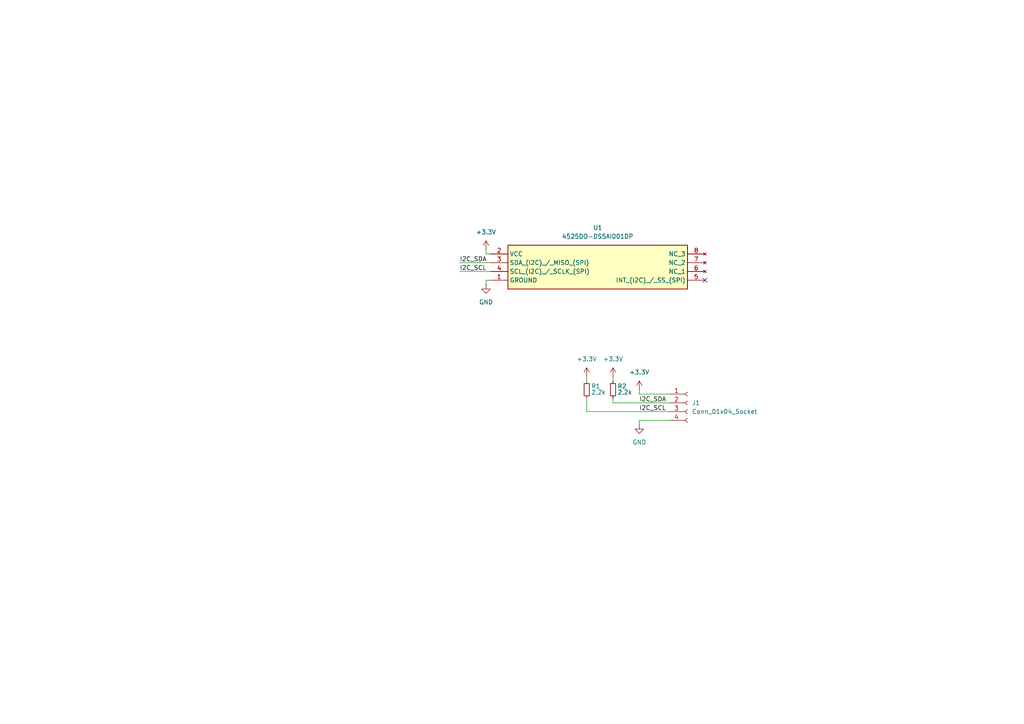
<source format=kicad_sch>
(kicad_sch (version 20250114) (generator "eeschema") (generator_version "9.0")
  (paper "A4")
  (lib_symbols
    (symbol "Connector:Conn_01x04_Socket" (pin_names (offset 1.016) (hide yes))
      (property "Reference" "J" (at 0 5.08 0))
      (property "Value" "Conn_01x04_Socket" (at 0 -7.62 0))
      (symbol "Conn_01x04_Socket_1_1"
        (polyline (pts (xy -1.27 2.54) (xy -0.508 2.54)) (stroke (width 0.1524)))
        (polyline (pts (xy -1.27 0) (xy -0.508 0)) (stroke (width 0.1524)))
        (polyline (pts (xy -1.27 -2.54) (xy -0.508 -2.54)) (stroke (width 0.1524)))
        (polyline (pts (xy -1.27 -5.08) (xy -0.508 -5.08)) (stroke (width 0.1524)))
        (arc (start 0 2.032) (mid -0.5058 2.54) (end 0 3.048) (stroke (width 0.1524)))
        (arc (start 0 -0.508) (mid -0.5058 0) (end 0 0.508) (stroke (width 0.1524)))
        (arc (start 0 -3.048) (mid -0.5058 -2.54) (end 0 -2.032) (stroke (width 0.1524)))
        (arc (start 0 -5.588) (mid -0.5058 -5.08) (end 0 -4.572) (stroke (width 0.1524)))
        (pin passive line (at -5.08 2.54 0) (length 3.81) (name "Pin_1") (number "1"))
        (pin passive line (at -5.08 0 0) (length 3.81) (name "Pin_2") (number "2"))
        (pin passive line (at -5.08 -2.54 0) (length 3.81) (name "Pin_3") (number "3"))
        (pin passive line (at -5.08 -5.08 0) (length 3.81) (name "Pin_4") (number "4"))
      )
    )
    (symbol "Device:R_Small" (pin_numbers (hide yes)) (pin_names (offset 0.254) (hide yes))
      (property "Reference" "R" (at 0.762 0.508 0))
      (property "Value" "R_Small" (at 0.762 -1.016 0))
      (symbol "R_Small_0_1"
        (rectangle (start -0.762 1.778) (end 0.762 -1.778) (stroke (width 0.2032)))
      )
      (symbol "R_Small_1_1"
        (pin passive line (at 0 2.54 270) (length 0.762) (name "~") (number "1"))
        (pin passive line (at 0 -2.54 90) (length 0.762) (name "~") (number "2"))
      )
    )
    (symbol "SDM_SENSOR:4525DO-DS5AI001DP"
      (property "Reference" "U" (at 67.31 7.62 0))
      (property "Value" "4525DO-DS5AI001DP" (at 67.31 5.08 0))
      (symbol "4525DO-DS5AI001DP_1_1"
        (rectangle (start 5.08 2.54) (end 57.15 -10.16) (stroke (width 0.254)) (fill (type background)))
        (pin power_in line (at 0 0 0) (length 5.08) (name "VCC") (number "2"))
        (pin bidirectional line (at 0 -2.54 0) (length 5.08) (name "SDA_(I2C)_/_MISO_(SPI)") (number "3"))
        (pin bidirectional line (at 0 -5.08 0) (length 5.08) (name "SCL_(I2C)_/_SCLK_(SPI)") (number "4"))
        (pin power_in line (at 0 -7.62 0) (length 5.08) (name "GROUND") (number "1"))
        (pin no_connect line (at 62.23 0 180) (length 5.08) (name "NC_3") (number "8"))
        (pin no_connect line (at 62.23 -2.54 180) (length 5.08) (name "NC_2") (number "7"))
        (pin no_connect line (at 62.23 -5.08 180) (length 5.08) (name "NC_1") (number "6"))
        (pin bidirectional line (at 62.23 -7.62 180) (length 5.08) (name "INT_(I2C)_/_SS_(SPI)") (number "5"))
      )
    )
    (symbol "power:+3.3V" (power) (pin_numbers (hide yes)) (pin_names (offset 0) (hide yes))
      (property "Value" "+3.3V" (at 0 3.556 0))
      (symbol "+3.3V_0_1"
        (polyline (pts (xy -0.762 1.27) (xy 0 2.54)))
        (polyline (pts (xy 0 2.54) (xy 0.762 1.27)))
        (polyline (pts (xy 0 0) (xy 0 2.54)))
      )
      (symbol "+3.3V_1_1"
        (pin power_in line (at 0 0 90) (length 0) (name "~") (number "1"))
      )
    )
    (symbol "power:GND" (power) (pin_numbers (hide yes)) (pin_names (offset 0) (hide yes))
      (property "Value" "GND" (at 0 -3.81 0))
      (symbol "GND_0_1"
        (polyline (pts (xy 0 0) (xy 0 -1.27) (xy 1.27 -1.27) (xy 0 -2.54) (xy -1.27 -1.27) (xy 0 -1.27)))
      )
      (symbol "GND_1_1"
        (pin power_in line (at 0 0 270) (length 0) (name "~") (number "1"))
      )
    )
  )
  (no_connect (at 204.47 81.28))
  (wire (pts (xy 177.8 109.22) (xy 177.8 110.49)))
  (wire (pts (xy 140.97 82.55) (xy 140.97 81.28)))
  (wire (pts (xy 177.8 116.84) (xy 177.8 115.57)))
  (wire (pts (xy 185.42 114.3) (xy 194.31 114.3)))
  (wire (pts (xy 185.42 113.03) (xy 185.42 114.3)))
  (wire (pts (xy 140.97 81.28) (xy 142.24 81.28)))
  (wire (pts (xy 185.42 121.92) (xy 194.31 121.92)))
  (wire (pts (xy 133.35 76.2) (xy 142.24 76.2)))
  (wire (pts (xy 140.97 73.66) (xy 142.24 73.66)))
  (wire (pts (xy 185.42 123.19) (xy 185.42 121.92)))
  (wire (pts (xy 177.8 116.84) (xy 194.31 116.84)))
  (wire (pts (xy 170.18 119.38) (xy 194.31 119.38)))
  (wire (pts (xy 170.18 109.22) (xy 170.18 110.49)))
  (wire (pts (xy 140.97 73.66) (xy 140.97 72.39)))
  (wire (pts (xy 133.35 78.74) (xy 142.24 78.74)))
  (wire (pts (xy 170.18 115.57) (xy 170.18 119.38)))
  (label "I2C_SCL" (at 133.35 78.74 0))
  (label "I2C_SDA" (at 185.42 116.84 0))
  (label "I2C_SCL" (at 185.42 119.38 0))
  (label "I2C_SDA" (at 133.35 76.2 0))
  (symbol (lib_id "power:+3.3V") (at 177.8 109.22 0) (unit 1)
    (property "Reference" "#PWR03" (effects (hide yes)))
    (property "Value" "+3.3V" (at 177.8 104.14 0))
    (property "Description" "Power symbol creates a global label with name \"+3.3V\"" (effects (hide yes)))
  )
  (symbol (lib_id "power:+3.3V") (at 170.18 109.22 0) (unit 1)
    (property "Reference" "#PWR06" (effects (hide yes)))
    (property "Value" "+3.3V" (at 170.18 104.14 0))
    (property "Description" "Power symbol creates a global label with name \"+3.3V\"" (effects (hide yes)))
  )
  (symbol (lib_id "SDM_SENSOR:4525DO-DS5AI001DP") (at 142.24 73.66 0) (unit 1)
    (property "Reference" "U1" (at 173.355 66.04 0))
    (property "Value" "4525DO-DS5AI001DP" (at 173.355 68.58 0))
    (property "Footprint" "SDM_MiscFootprint:4525DO-DS...P" (effects (hide yes)))
    (property "Datasheet" "http://www.te.com/commerce/DocumentDelivery/DDEController?Action=srchrtrv&DocNm=MS4525DO&DocType=DS&DocLang=English" (effects (hide yes)))
    (property "Description" "Differential Pressure Sensor 1PSI Dual Barbs" (effects (hide yes)))
    (property "Mouser Part Number" "824-4525DODS5AI001DP" (effects (hide yes)))
    (property "Mouser Price/Stock" "https://www.mouser.co.uk/ProductDetail/Measurement-Specialties/4525DO-DS5AI001DP?qs=oFx6pF86PmDUpUCTX7loEA%3D%3D" (effects (hide yes)))
    (property "Manufacturer_Name" "TE Connectivity" (effects (hide yes)))
    (property "Manufacturer_Part_Number" "4525DO-DS5AI001DP" (effects (hide yes)))
  )
  (symbol (lib_id "power:+3.3V") (at 140.97 72.39 0) (unit 1)
    (property "Reference" "#PWR01" (effects (hide yes)))
    (property "Value" "+3.3V" (at 140.97 67.31 0))
    (property "Description" "Power symbol creates a global label with name \"+3.3V\"" (effects (hide yes)))
  )
  (symbol (lib_id "Connector:Conn_01x04_Socket") (at 199.39 116.84 0) (unit 1)
    (property "Reference" "J1" (at 200.66 116.8399 0) (effects (justify left)))
    (property "Value" "Conn_01x04_Socket" (at 200.66 119.3799 0) (effects (justify left)))
    (property "Footprint" "Connector_JST:JST_XH_B4B-XH-A_1x04_P2.50mm_Vertical" (effects (hide yes)))
    (property "Description" "Generic connector, single row, 01x04, script generated" (effects (hide yes)))
  )
  (symbol (lib_id "Device:R_Small") (at 177.8 113.03 0) (mirror x) (unit 1)
    (property "Reference" "R2" (at 179.07 112.014 0) (effects (justify left)))
    (property "Value" "2.2k" (at 179.07 113.792 0) (effects (justify left)))
    (property "Footprint" "Resistor_SMD:R_0603_1608Metric" (effects (hide yes)))
  )
  (symbol (lib_id "Device:R_Small") (at 170.18 113.03 0) (mirror x) (unit 1)
    (property "Reference" "R1" (at 171.45 112.014 0) (effects (justify left)))
    (property "Value" "2.2k" (at 171.45 113.792 0) (effects (justify left)))
    (property "Footprint" "Resistor_SMD:R_0603_1608Metric" (effects (hide yes)))
  )
  (symbol (lib_id "power:GND") (at 140.97 82.55 0) (unit 1)
    (property "Reference" "#PWR02" (effects (hide yes)))
    (property "Value" "GND" (at 140.97 87.63 0))
    (property "Description" "Power symbol creates a global label with name \"GND\" , ground" (effects (hide yes)))
  )
  (symbol (lib_id "power:+3.3V") (at 185.42 113.03 0) (unit 1)
    (property "Reference" "#PWR04" (effects (hide yes)))
    (property "Value" "+3.3V" (at 185.42 107.95 0))
    (property "Description" "Power symbol creates a global label with name \"+3.3V\"" (effects (hide yes)))
  )
  (symbol (lib_id "power:GND") (at 185.42 123.19 0) (unit 1)
    (property "Reference" "#PWR05" (effects (hide yes)))
    (property "Value" "GND" (at 185.42 128.27 0))
    (property "Description" "Power symbol creates a global label with name \"GND\" , ground" (effects (hide yes)))
  )
)
</source>
